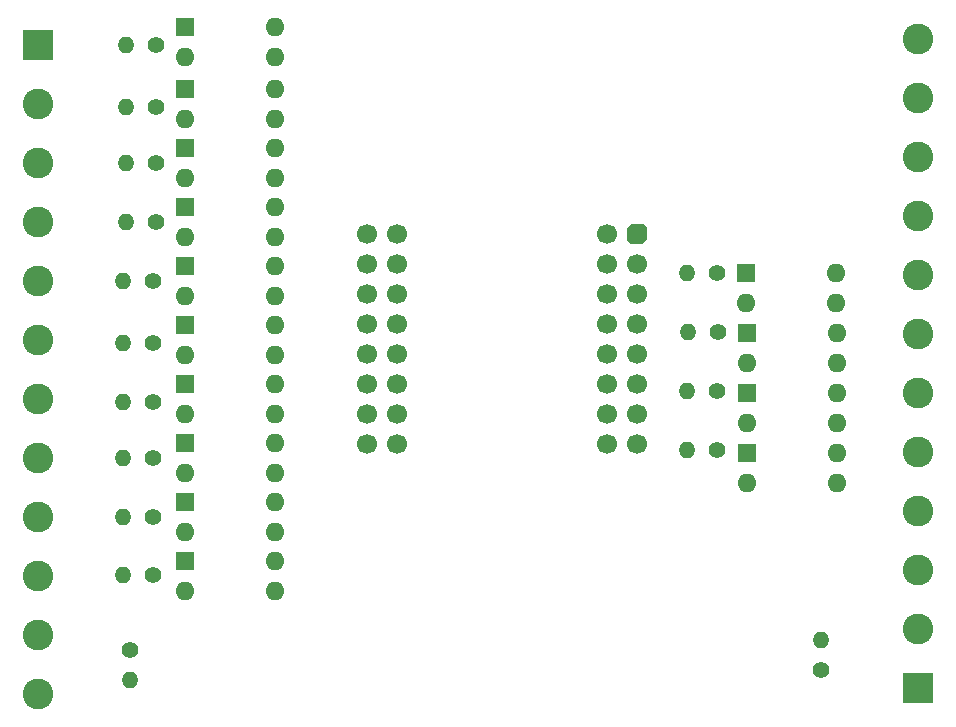
<source format=gbr>
%TF.GenerationSoftware,KiCad,Pcbnew,7.0.5*%
%TF.CreationDate,2023-06-27T21:04:27+02:00*%
%TF.ProjectId,ESP32RIO,45535033-3252-4494-9f2e-6b696361645f,rev?*%
%TF.SameCoordinates,Original*%
%TF.FileFunction,Soldermask,Bot*%
%TF.FilePolarity,Negative*%
%FSLAX46Y46*%
G04 Gerber Fmt 4.6, Leading zero omitted, Abs format (unit mm)*
G04 Created by KiCad (PCBNEW 7.0.5) date 2023-06-27 21:04:27*
%MOMM*%
%LPD*%
G01*
G04 APERTURE LIST*
G04 Aperture macros list*
%AMFreePoly0*
4,1,19,-0.850000,0.255000,-0.829726,0.408997,-0.770285,0.552500,-0.675729,0.675729,-0.552500,0.770285,-0.408997,0.829726,-0.255000,0.850000,0.510000,0.850000,0.850000,0.510000,0.850000,-0.255000,0.829726,-0.408997,0.770285,-0.552500,0.675729,-0.675729,0.552500,-0.770285,0.408997,-0.829726,0.255000,-0.850000,-0.510000,-0.850000,-0.850000,-0.510000,-0.850000,0.255000,-0.850000,0.255000,
$1*%
G04 Aperture macros list end*
%ADD10R,1.600000X1.600000*%
%ADD11O,1.600000X1.600000*%
%ADD12C,1.400000*%
%ADD13O,1.400000X1.400000*%
%ADD14R,2.600000X2.600000*%
%ADD15C,2.600000*%
%ADD16FreePoly0,180.000000*%
%ADD17C,1.700000*%
G04 APERTURE END LIST*
D10*
%TO.C,U8*%
X121950000Y-91475000D03*
D11*
X121950000Y-94015000D03*
X129570000Y-94015000D03*
X129570000Y-91475000D03*
%TD*%
D10*
%TO.C,U4*%
X121950000Y-71475000D03*
D11*
X121950000Y-74015000D03*
X129570000Y-74015000D03*
X129570000Y-71475000D03*
%TD*%
D12*
%TO.C,R7*%
X119220000Y-88000000D03*
D13*
X116680000Y-88000000D03*
%TD*%
D12*
%TO.C,R3*%
X119470000Y-67750000D03*
D13*
X116930000Y-67750000D03*
%TD*%
D10*
%TO.C,U1*%
X121950000Y-56225000D03*
D11*
X121950000Y-58765000D03*
X129570000Y-58765000D03*
X129570000Y-56225000D03*
%TD*%
D12*
%TO.C,R11*%
X167002032Y-77102460D03*
D13*
X164462032Y-77102460D03*
%TD*%
D10*
%TO.C,U10*%
X121950000Y-101475000D03*
D11*
X121950000Y-104015000D03*
X129570000Y-104015000D03*
X129570000Y-101475000D03*
%TD*%
D10*
%TO.C,U14*%
X169482032Y-87234126D03*
D11*
X169482032Y-89774126D03*
X177102032Y-89774126D03*
X177102032Y-87234126D03*
%TD*%
D10*
%TO.C,U16*%
X169482032Y-92327459D03*
D11*
X169482032Y-94867459D03*
X177102032Y-94867459D03*
X177102032Y-92327459D03*
%TD*%
D12*
%TO.C,R13*%
X167002032Y-87102460D03*
D13*
X164462032Y-87102460D03*
%TD*%
D12*
%TO.C,R15*%
X175750000Y-110720000D03*
D13*
X175750000Y-108180000D03*
%TD*%
D12*
%TO.C,R6*%
X119220000Y-83000000D03*
D13*
X116680000Y-83000000D03*
%TD*%
D10*
%TO.C,U9*%
X121950000Y-96475000D03*
D11*
X121950000Y-99015000D03*
X129570000Y-99015000D03*
X129570000Y-96475000D03*
%TD*%
D12*
%TO.C,R4*%
X119470000Y-72750000D03*
D13*
X116930000Y-72750000D03*
%TD*%
D12*
%TO.C,R12*%
X167032032Y-82102460D03*
D13*
X164492032Y-82102460D03*
%TD*%
D12*
%TO.C,R9*%
X119220000Y-97750000D03*
D13*
X116680000Y-97750000D03*
%TD*%
D12*
%TO.C,R1*%
X119470000Y-57750000D03*
D13*
X116930000Y-57750000D03*
%TD*%
D12*
%TO.C,R10*%
X119220000Y-102669888D03*
D13*
X116680000Y-102669888D03*
%TD*%
D12*
%TO.C,R8*%
X119220000Y-92750000D03*
D13*
X116680000Y-92750000D03*
%TD*%
D10*
%TO.C,U12*%
X169462032Y-77047460D03*
D11*
X169462032Y-79587460D03*
X177082032Y-79587460D03*
X177082032Y-77047460D03*
%TD*%
D14*
%TO.C,J1*%
X184000000Y-112250000D03*
D15*
X184000000Y-107250000D03*
X184000000Y-102250000D03*
X184000000Y-97250000D03*
X184000000Y-92250000D03*
X184000000Y-87250000D03*
X184000000Y-82250000D03*
X184000000Y-77250000D03*
X184000000Y-72250000D03*
X184000000Y-67250000D03*
X184000000Y-62250000D03*
X184000000Y-57250000D03*
%TD*%
D12*
%TO.C,R2*%
X119470000Y-63000000D03*
D13*
X116930000Y-63000000D03*
%TD*%
D12*
%TO.C,R16*%
X117250000Y-109030000D03*
D13*
X117250000Y-111570000D03*
%TD*%
D10*
%TO.C,U3*%
X121950000Y-66475000D03*
D11*
X121950000Y-69015000D03*
X129570000Y-69015000D03*
X129570000Y-66475000D03*
%TD*%
D10*
%TO.C,U13*%
X169482032Y-82140793D03*
D11*
X169482032Y-84680793D03*
X177102032Y-84680793D03*
X177102032Y-82140793D03*
%TD*%
D10*
%TO.C,U7*%
X121950000Y-86475000D03*
D11*
X121950000Y-89015000D03*
X129570000Y-89015000D03*
X129570000Y-86475000D03*
%TD*%
D12*
%TO.C,R5*%
X119220000Y-77750000D03*
D13*
X116680000Y-77750000D03*
%TD*%
D10*
%TO.C,U5*%
X121950000Y-76475000D03*
D11*
X121950000Y-79015000D03*
X129570000Y-79015000D03*
X129570000Y-76475000D03*
%TD*%
D10*
%TO.C,U6*%
X121950000Y-81475000D03*
D11*
X121950000Y-84015000D03*
X129570000Y-84015000D03*
X129570000Y-81475000D03*
%TD*%
D12*
%TO.C,R14*%
X167002032Y-92102460D03*
D13*
X164462032Y-92102460D03*
%TD*%
D10*
%TO.C,U2*%
X121950000Y-61475000D03*
D11*
X121950000Y-64015000D03*
X129570000Y-64015000D03*
X129570000Y-61475000D03*
%TD*%
D14*
%TO.C,J2*%
X109500000Y-57750000D03*
D15*
X109500000Y-62750000D03*
X109500000Y-67750000D03*
X109500000Y-72750000D03*
X109500000Y-77750000D03*
X109500000Y-82750000D03*
X109500000Y-87750000D03*
X109500000Y-92750000D03*
X109500000Y-97750000D03*
X109500000Y-102750000D03*
X109500000Y-107750000D03*
X109500000Y-112750000D03*
%TD*%
D16*
%TO.C,U11*%
X160162500Y-73805000D03*
D17*
X160162500Y-76345000D03*
X160162500Y-78885000D03*
X160162500Y-81425000D03*
X160162500Y-83965000D03*
X160162500Y-86505000D03*
X160162500Y-89045000D03*
X160162500Y-91585000D03*
X137302500Y-91585000D03*
X137302500Y-89045000D03*
X137302500Y-86505000D03*
X137302500Y-83965000D03*
X137302500Y-81425000D03*
X137302500Y-78885000D03*
X137302500Y-76345000D03*
X137302500Y-73805000D03*
X157622500Y-73805000D03*
X157622500Y-76345000D03*
X157622500Y-78885000D03*
X157622500Y-81425000D03*
X157622500Y-83965000D03*
X157622500Y-86505000D03*
X157622500Y-89045000D03*
X157622500Y-91585000D03*
X139842500Y-91585000D03*
X139842500Y-89045000D03*
X139842500Y-86505000D03*
X139842500Y-83965000D03*
X139842500Y-81425000D03*
X139842500Y-78885000D03*
X139842500Y-76345000D03*
X139842500Y-73805000D03*
%TD*%
M02*

</source>
